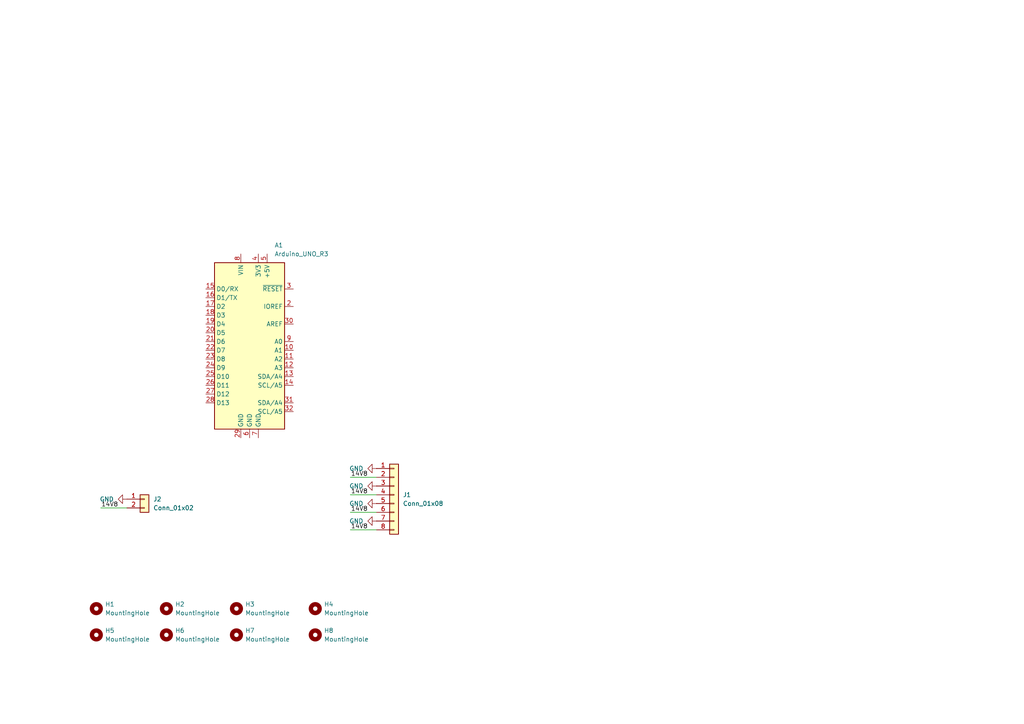
<source format=kicad_sch>
(kicad_sch (version 20250114) (generator "eeschema") (generator_version "9.0")
  (paper "A4")
  (lib_symbols
    (symbol "Connector_Generic:Conn_01x02" (pin_names (offset 1.016) (hide yes))
      (property "Reference" "J" (at 0 2.54 0))
      (property "Value" "Conn_01x02" (at 0 -5.08 0))
      (symbol "Conn_01x02_1_1"
        (rectangle (start -1.27 1.27) (end 1.27 -3.81) (stroke (width 0.254)) (fill (type background)))
        (rectangle (start -1.27 0.127) (end 0 -0.127) (stroke (width 0.1524)))
        (rectangle (start -1.27 -2.413) (end 0 -2.667) (stroke (width 0.1524)))
        (pin passive line (at -5.08 0 0) (length 3.81) (name "Pin_1") (number "1"))
        (pin passive line (at -5.08 -2.54 0) (length 3.81) (name "Pin_2") (number "2"))
      )
    )
    (symbol "Connector_Generic:Conn_01x08" (pin_names (offset 1.016) (hide yes))
      (property "Reference" "J" (at 0 10.16 0))
      (property "Value" "Conn_01x08" (at 0 -12.7 0))
      (symbol "Conn_01x08_1_1"
        (rectangle (start -1.27 8.89) (end 1.27 -11.43) (stroke (width 0.254)) (fill (type background)))
        (rectangle (start -1.27 7.747) (end 0 7.493) (stroke (width 0.1524)))
        (rectangle (start -1.27 5.207) (end 0 4.953) (stroke (width 0.1524)))
        (rectangle (start -1.27 2.667) (end 0 2.413) (stroke (width 0.1524)))
        (rectangle (start -1.27 0.127) (end 0 -0.127) (stroke (width 0.1524)))
        (rectangle (start -1.27 -2.413) (end 0 -2.667) (stroke (width 0.1524)))
        (rectangle (start -1.27 -4.953) (end 0 -5.207) (stroke (width 0.1524)))
        (rectangle (start -1.27 -7.493) (end 0 -7.747) (stroke (width 0.1524)))
        (rectangle (start -1.27 -10.033) (end 0 -10.287) (stroke (width 0.1524)))
        (pin passive line (at -5.08 7.62 0) (length 3.81) (name "Pin_1") (number "1"))
        (pin passive line (at -5.08 5.08 0) (length 3.81) (name "Pin_2") (number "2"))
        (pin passive line (at -5.08 2.54 0) (length 3.81) (name "Pin_3") (number "3"))
        (pin passive line (at -5.08 0 0) (length 3.81) (name "Pin_4") (number "4"))
        (pin passive line (at -5.08 -2.54 0) (length 3.81) (name "Pin_5") (number "5"))
        (pin passive line (at -5.08 -5.08 0) (length 3.81) (name "Pin_6") (number "6"))
        (pin passive line (at -5.08 -7.62 0) (length 3.81) (name "Pin_7") (number "7"))
        (pin passive line (at -5.08 -10.16 0) (length 3.81) (name "Pin_8") (number "8"))
      )
    )
    (symbol "MCU_Module:Arduino_UNO_R3"
      (property "Reference" "A" (at -10.16 23.495 0))
      (property "Value" "Arduino_UNO_R3" (at 5.08 -26.67 0))
      (symbol "Arduino_UNO_R3_0_1"
        (rectangle (start -10.16 22.86) (end 10.16 -25.4) (stroke (width 0.254)) (fill (type background)))
      )
      (symbol "Arduino_UNO_R3_1_1"
        (pin bidirectional line (at -12.7 15.24 0) (length 2.54) (name "D0/RX") (number "15"))
        (pin bidirectional line (at -12.7 12.7 0) (length 2.54) (name "D1/TX") (number "16"))
        (pin bidirectional line (at -12.7 10.16 0) (length 2.54) (name "D2") (number "17"))
        (pin bidirectional line (at -12.7 7.62 0) (length 2.54) (name "D3") (number "18"))
        (pin bidirectional line (at -12.7 5.08 0) (length 2.54) (name "D4") (number "19"))
        (pin bidirectional line (at -12.7 2.54 0) (length 2.54) (name "D5") (number "20"))
        (pin bidirectional line (at -12.7 0 0) (length 2.54) (name "D6") (number "21"))
        (pin bidirectional line (at -12.7 -2.54 0) (length 2.54) (name "D7") (number "22"))
        (pin bidirectional line (at -12.7 -5.08 0) (length 2.54) (name "D8") (number "23"))
        (pin bidirectional line (at -12.7 -7.62 0) (length 2.54) (name "D9") (number "24"))
        (pin bidirectional line (at -12.7 -10.16 0) (length 2.54) (name "D10") (number "25"))
        (pin bidirectional line (at -12.7 -12.7 0) (length 2.54) (name "D11") (number "26"))
        (pin bidirectional line (at -12.7 -15.24 0) (length 2.54) (name "D12") (number "27"))
        (pin bidirectional line (at -12.7 -17.78 0) (length 2.54) (name "D13") (number "28"))
        (pin no_connect line (at -10.16 -20.32 0) (length 2.54) (hide yes) (name "NC") (number "1"))
        (pin power_in line (at -2.54 25.4 270) (length 2.54) (name "VIN") (number "8"))
        (pin power_in line (at -2.54 -27.94 90) (length 2.54) (name "GND") (number "29"))
        (pin power_in line (at 0 -27.94 90) (length 2.54) (name "GND") (number "6"))
        (pin power_out line (at 2.54 25.4 270) (length 2.54) (name "3V3") (number "4"))
        (pin power_in line (at 2.54 -27.94 90) (length 2.54) (name "GND") (number "7"))
        (pin power_out line (at 5.08 25.4 270) (length 2.54) (name "+5V") (number "5"))
        (pin input line (at 12.7 15.24 180) (length 2.54) (name "~{RESET}") (number "3"))
        (pin output line (at 12.7 10.16 180) (length 2.54) (name "IOREF") (number "2"))
        (pin input line (at 12.7 5.08 180) (length 2.54) (name "AREF") (number "30"))
        (pin bidirectional line (at 12.7 0 180) (length 2.54) (name "A0") (number "9"))
        (pin bidirectional line (at 12.7 -2.54 180) (length 2.54) (name "A1") (number "10"))
        (pin bidirectional line (at 12.7 -5.08 180) (length 2.54) (name "A2") (number "11"))
        (pin bidirectional line (at 12.7 -7.62 180) (length 2.54) (name "A3") (number "12"))
        (pin bidirectional line (at 12.7 -10.16 180) (length 2.54) (name "SDA/A4") (number "13"))
        (pin bidirectional line (at 12.7 -12.7 180) (length 2.54) (name "SCL/A5") (number "14"))
        (pin bidirectional line (at 12.7 -17.78 180) (length 2.54) (name "SDA/A4") (number "31"))
        (pin bidirectional line (at 12.7 -20.32 180) (length 2.54) (name "SCL/A5") (number "32"))
      )
    )
    (symbol "Mechanical:MountingHole" (pin_names (offset 1.016)) (exclude_from_sim yes) (in_bom no)
      (property "Reference" "H" (at 0 5.08 0))
      (property "Value" "MountingHole" (at 0 3.175 0))
      (symbol "MountingHole_0_1"
        (circle (center 0 0) (radius 1.27) (stroke (width 1.27)))
      )
    )
    (symbol "power:GND" (power) (pin_numbers (hide yes)) (pin_names (offset 0) (hide yes))
      (property "Value" "GND" (at 0 -3.81 0))
      (symbol "GND_0_1"
        (polyline (pts (xy 0 0) (xy 0 -1.27) (xy 1.27 -1.27) (xy 0 -2.54) (xy -1.27 -1.27) (xy 0 -1.27)))
      )
      (symbol "GND_1_1"
        (pin power_in line (at 0 0 270) (length 0) (name "~") (number "1"))
      )
    )
  )
  (wire (pts (xy 101.6 138.43) (xy 109.22 138.43)))
  (wire (pts (xy 101.6 153.67) (xy 109.22 153.67)))
  (wire (pts (xy 29.21 147.32) (xy 36.83 147.32)))
  (wire (pts (xy 101.6 143.51) (xy 109.22 143.51)))
  (wire (pts (xy 101.6 148.59) (xy 109.22 148.59)))
  (label "14V8" (at 106.68 143.51 180))
  (label "14V8" (at 106.68 153.67 180))
  (label "14V8" (at 106.68 148.59 180))
  (label "14V8" (at 34.29 147.32 180))
  (label "14V8" (at 106.68 138.43 180))
  (symbol (lib_id "power:GND") (at 109.22 140.97 270) (unit 1)
    (property "Reference" "#PWR04" (effects (hide yes)))
    (property "Value" "GND" (at 105.41 140.9699 90) (effects (justify right)))
    (property "Description" "Power symbol creates a global label with name \"GND\" , ground" (effects (hide yes)))
  )
  (symbol (lib_id "power:GND") (at 36.83 144.78 270) (unit 1)
    (property "Reference" "#PWR05" (effects (hide yes)))
    (property "Value" "GND" (at 33.02 144.7799 90) (effects (justify right)))
    (property "Description" "Power symbol creates a global label with name \"GND\" , ground" (effects (hide yes)))
  )
  (symbol (lib_id "power:GND") (at 109.22 151.13 270) (unit 1)
    (property "Reference" "#PWR02" (effects (hide yes)))
    (property "Value" "GND" (at 105.41 151.1299 90) (effects (justify right)))
    (property "Description" "Power symbol creates a global label with name \"GND\" , ground" (effects (hide yes)))
  )
  (symbol (lib_id "Connector_Generic:Conn_01x08") (at 114.3 143.51 0) (unit 1)
    (property "Reference" "J1" (at 116.84 143.5099 0) (effects (justify left)))
    (property "Value" "Conn_01x08" (at 116.84 146.0499 0) (effects (justify left)))
    (property "Footprint" "TerminalBlock:TerminalBlock_MaiXu_MX126-5.0-08P_1x08_P5.00mm" (effects (hide yes)))
    (property "Description" "Generic connector, single row, 01x08, script generated (kicad-library-utils/schlib/autogen/connector/)" (effects (hide yes)))
  )
  (symbol (lib_id "Mechanical:MountingHole") (at 27.94 184.15 0) (unit 1) (exclude_from_sim yes) (in_bom no)
    (property "Reference" "H5" (at 30.48 182.8799 0) (effects (justify left)))
    (property "Value" "MountingHole" (at 30.48 185.4199 0) (effects (justify left)))
    (property "Footprint" "MountingHole:MountingHole_3.2mm_M3" (effects (hide yes)))
    (property "Description" "Mounting Hole without connection" (effects (hide yes)))
  )
  (symbol (lib_id "Mechanical:MountingHole") (at 91.44 184.15 0) (unit 1) (exclude_from_sim yes) (in_bom no)
    (property "Reference" "H8" (at 93.98 182.8799 0) (effects (justify left)))
    (property "Value" "MountingHole" (at 93.98 185.4199 0) (effects (justify left)))
    (property "Footprint" "MountingHole:MountingHole_3.2mm_M3" (effects (hide yes)))
    (property "Description" "Mounting Hole without connection" (effects (hide yes)))
  )
  (symbol (lib_id "Mechanical:MountingHole") (at 27.94 176.53 0) (unit 1) (exclude_from_sim yes) (in_bom no)
    (property "Reference" "H1" (at 30.48 175.2599 0) (effects (justify left)))
    (property "Value" "MountingHole" (at 30.48 177.7999 0) (effects (justify left)))
    (property "Footprint" "MountingHole:MountingHole_3.2mm_M3" (effects (hide yes)))
    (property "Description" "Mounting Hole without connection" (effects (hide yes)))
  )
  (symbol (lib_id "Mechanical:MountingHole") (at 48.26 176.53 0) (unit 1) (exclude_from_sim yes) (in_bom no)
    (property "Reference" "H2" (at 50.8 175.2599 0) (effects (justify left)))
    (property "Value" "MountingHole" (at 50.8 177.7999 0) (effects (justify left)))
    (property "Footprint" "MountingHole:MountingHole_3.2mm_M3" (effects (hide yes)))
    (property "Description" "Mounting Hole without connection" (effects (hide yes)))
  )
  (symbol (lib_id "Mechanical:MountingHole") (at 48.26 184.15 0) (unit 1) (exclude_from_sim yes) (in_bom no)
    (property "Reference" "H6" (at 50.8 182.8799 0) (effects (justify left)))
    (property "Value" "MountingHole" (at 50.8 185.4199 0) (effects (justify left)))
    (property "Footprint" "MountingHole:MountingHole_3.2mm_M3" (effects (hide yes)))
    (property "Description" "Mounting Hole without connection" (effects (hide yes)))
  )
  (symbol (lib_id "Mechanical:MountingHole") (at 91.44 176.53 0) (unit 1) (exclude_from_sim yes) (in_bom no)
    (property "Reference" "H4" (at 93.98 175.2599 0) (effects (justify left)))
    (property "Value" "MountingHole" (at 93.98 177.7999 0) (effects (justify left)))
    (property "Footprint" "MountingHole:MountingHole_3.2mm_M3" (effects (hide yes)))
    (property "Description" "Mounting Hole without connection" (effects (hide yes)))
  )
  (symbol (lib_id "Mechanical:MountingHole") (at 68.58 176.53 0) (unit 1) (exclude_from_sim yes) (in_bom no)
    (property "Reference" "H3" (at 71.12 175.2599 0) (effects (justify left)))
    (property "Value" "MountingHole" (at 71.12 177.7999 0) (effects (justify left)))
    (property "Footprint" "MountingHole:MountingHole_3.2mm_M3" (effects (hide yes)))
    (property "Description" "Mounting Hole without connection" (effects (hide yes)))
  )
  (symbol (lib_id "Connector_Generic:Conn_01x02") (at 41.91 144.78 0) (unit 1)
    (property "Reference" "J2" (at 44.45 144.7799 0) (effects (justify left)))
    (property "Value" "Conn_01x02" (at 44.45 147.3199 0) (effects (justify left)))
    (property "Footprint" "Connector_AMASS:AMASS_XT60PW-M_1x02_P7.20mm_Horizontal" (effects (hide yes)))
    (property "Description" "Generic connector, single row, 01x02, script generated (kicad-library-utils/schlib/autogen/connector/)" (effects (hide yes)))
  )
  (symbol (lib_id "power:GND") (at 109.22 146.05 270) (unit 1)
    (property "Reference" "#PWR03" (effects (hide yes)))
    (property "Value" "GND" (at 105.41 146.0499 90) (effects (justify right)))
    (property "Description" "Power symbol creates a global label with name \"GND\" , ground" (effects (hide yes)))
  )
  (symbol (lib_id "MCU_Module:Arduino_UNO_R3") (at 72.39 99.06 0) (unit 1)
    (property "Reference" "A1" (at 79.6133 71.12 0) (effects (justify left)))
    (property "Value" "Arduino_UNO_R3" (at 79.6133 73.66 0) (effects (justify left)))
    (property "Footprint" "Module:Arduino_UNO_R3" (effects (hide yes)))
    (property "Datasheet" "https://www.arduino.cc/en/Main/arduinoBoardUno" (effects (hide yes)))
    (property "Description" "Arduino UNO Microcontroller Module, release 3" (effects (hide yes)))
  )
  (symbol (lib_id "power:GND") (at 109.22 135.89 270) (unit 1)
    (property "Reference" "#PWR01" (effects (hide yes)))
    (property "Value" "GND" (at 105.41 135.8899 90) (effects (justify right)))
    (property "Description" "Power symbol creates a global label with name \"GND\" , ground" (effects (hide yes)))
  )
  (symbol (lib_id "Mechanical:MountingHole") (at 68.58 184.15 0) (unit 1) (exclude_from_sim yes) (in_bom no)
    (property "Reference" "H7" (at 71.12 182.8799 0) (effects (justify left)))
    (property "Value" "MountingHole" (at 71.12 185.4199 0) (effects (justify left)))
    (property "Footprint" "MountingHole:MountingHole_3.2mm_M3" (effects (hide yes)))
    (property "Description" "Mounting Hole without connection" (effects (hide yes)))
  )
)
</source>
